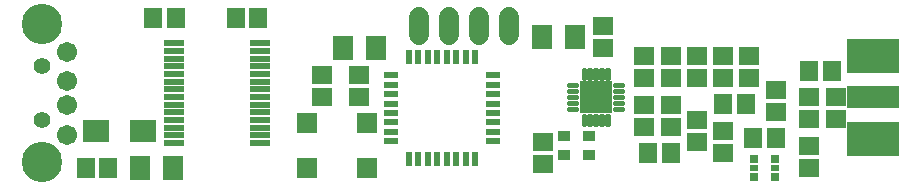
<source format=gts>
G75*
%MOIN*%
%OFA0B0*%
%FSLAX25Y25*%
%IPPOS*%
%LPD*%
%AMOC8*
5,1,8,0,0,1.08239X$1,22.5*
%
%ADD10R,0.06706X0.05918*%
%ADD11R,0.07099X0.07887*%
%ADD12R,0.05918X0.06706*%
%ADD13R,0.06706X0.02375*%
%ADD14C,0.06800*%
%ADD15R,0.08674X0.07493*%
%ADD16R,0.07099X0.06706*%
%ADD17R,0.04343X0.03359*%
%ADD18C,0.06737*%
%ADD19C,0.13461*%
%ADD20C,0.05524*%
%ADD21C,0.00985*%
%ADD22R,0.11036X0.11036*%
%ADD23R,0.03162X0.03162*%
%ADD24R,0.03162X0.02375*%
%ADD25R,0.05118X0.01969*%
%ADD26R,0.01969X0.05118*%
%ADD27R,0.17300X0.07800*%
%ADD28R,0.17300X0.11300*%
D10*
X0188439Y0040447D03*
X0188439Y0047928D03*
X0222189Y0052947D03*
X0230939Y0052947D03*
X0239689Y0055428D03*
X0248439Y0051678D03*
X0239689Y0047947D03*
X0248439Y0044197D03*
X0277189Y0046678D03*
X0277189Y0039197D03*
X0277189Y0055447D03*
X0285939Y0055447D03*
X0265939Y0057947D03*
X0277189Y0062928D03*
X0285939Y0062928D03*
X0265939Y0065428D03*
X0257189Y0069197D03*
X0248439Y0069197D03*
X0239689Y0069197D03*
X0230939Y0069197D03*
X0222189Y0069197D03*
X0222189Y0076678D03*
X0230939Y0076678D03*
X0239689Y0076678D03*
X0248439Y0076678D03*
X0257189Y0076678D03*
X0208439Y0079197D03*
X0208439Y0086678D03*
X0127219Y0070428D03*
X0114719Y0070428D03*
X0114719Y0062947D03*
X0127219Y0062947D03*
X0222189Y0060428D03*
X0230939Y0060428D03*
D11*
X0198951Y0082938D03*
X0187927Y0082938D03*
X0132730Y0079188D03*
X0121707Y0079188D03*
X0065230Y0039188D03*
X0054207Y0039188D03*
D12*
X0035978Y0039188D03*
X0043459Y0039188D03*
X0058478Y0089187D03*
X0065959Y0089187D03*
X0085978Y0089187D03*
X0093459Y0089187D03*
X0223449Y0044187D03*
X0230929Y0044187D03*
X0258449Y0049187D03*
X0265929Y0049187D03*
X0255929Y0060437D03*
X0248449Y0060437D03*
X0277199Y0071688D03*
X0284679Y0071688D03*
D13*
X0093990Y0070585D03*
X0093990Y0073144D03*
X0093990Y0075703D03*
X0093990Y0078262D03*
X0093990Y0080821D03*
X0065447Y0080821D03*
X0065447Y0078262D03*
X0065447Y0075703D03*
X0065447Y0073144D03*
X0065447Y0070585D03*
X0065447Y0068026D03*
X0065447Y0065467D03*
X0065447Y0062908D03*
X0065447Y0060349D03*
X0065447Y0057790D03*
X0065447Y0055231D03*
X0065447Y0052672D03*
X0065447Y0050113D03*
X0065447Y0047554D03*
X0093990Y0047554D03*
X0093990Y0050113D03*
X0093990Y0052672D03*
X0093990Y0055231D03*
X0093990Y0057790D03*
X0093990Y0060349D03*
X0093990Y0062908D03*
X0093990Y0065467D03*
X0093990Y0068026D03*
D14*
X0147219Y0083688D02*
X0147219Y0089687D01*
X0157219Y0089687D02*
X0157219Y0083688D01*
X0167219Y0083688D02*
X0167219Y0089687D01*
X0177219Y0089687D02*
X0177219Y0083688D01*
D15*
X0055093Y0051687D03*
X0039344Y0051687D03*
D16*
X0109679Y0054168D03*
X0129758Y0054168D03*
X0129758Y0039207D03*
X0109679Y0039207D03*
D17*
X0195555Y0043439D03*
X0203823Y0043439D03*
X0203823Y0049936D03*
X0195555Y0049936D03*
D18*
X0029719Y0050408D03*
X0029719Y0060250D03*
X0029719Y0068125D03*
X0029719Y0077967D03*
D19*
X0021451Y0087219D03*
X0021451Y0041156D03*
D20*
X0021451Y0055132D03*
X0021451Y0073243D03*
D21*
X0199882Y0067295D02*
X0199882Y0066455D01*
X0196760Y0066455D01*
X0196760Y0067295D01*
X0199882Y0067295D01*
X0199882Y0065326D02*
X0199882Y0064486D01*
X0196760Y0064486D01*
X0196760Y0065326D01*
X0199882Y0065326D01*
X0199882Y0063357D02*
X0199882Y0062517D01*
X0196760Y0062517D01*
X0196760Y0063357D01*
X0199882Y0063357D01*
X0199882Y0061389D02*
X0199882Y0060549D01*
X0196760Y0060549D01*
X0196760Y0061389D01*
X0199882Y0061389D01*
X0199882Y0059420D02*
X0199882Y0058580D01*
X0196760Y0058580D01*
X0196760Y0059420D01*
X0199882Y0059420D01*
X0201582Y0056880D02*
X0202422Y0056880D01*
X0202422Y0053758D01*
X0201582Y0053758D01*
X0201582Y0056880D01*
X0201582Y0054742D02*
X0202422Y0054742D01*
X0202422Y0055726D02*
X0201582Y0055726D01*
X0201582Y0056710D02*
X0202422Y0056710D01*
X0203550Y0056880D02*
X0204390Y0056880D01*
X0204390Y0053758D01*
X0203550Y0053758D01*
X0203550Y0056880D01*
X0203550Y0054742D02*
X0204390Y0054742D01*
X0204390Y0055726D02*
X0203550Y0055726D01*
X0203550Y0056710D02*
X0204390Y0056710D01*
X0205519Y0056880D02*
X0206359Y0056880D01*
X0206359Y0053758D01*
X0205519Y0053758D01*
X0205519Y0056880D01*
X0205519Y0054742D02*
X0206359Y0054742D01*
X0206359Y0055726D02*
X0205519Y0055726D01*
X0205519Y0056710D02*
X0206359Y0056710D01*
X0207487Y0056880D02*
X0208327Y0056880D01*
X0208327Y0053758D01*
X0207487Y0053758D01*
X0207487Y0056880D01*
X0207487Y0054742D02*
X0208327Y0054742D01*
X0208327Y0055726D02*
X0207487Y0055726D01*
X0207487Y0056710D02*
X0208327Y0056710D01*
X0209456Y0056880D02*
X0210296Y0056880D01*
X0210296Y0053758D01*
X0209456Y0053758D01*
X0209456Y0056880D01*
X0209456Y0054742D02*
X0210296Y0054742D01*
X0210296Y0055726D02*
X0209456Y0055726D01*
X0209456Y0056710D02*
X0210296Y0056710D01*
X0211996Y0058580D02*
X0211996Y0059420D01*
X0215118Y0059420D01*
X0215118Y0058580D01*
X0211996Y0058580D01*
X0211996Y0060549D02*
X0211996Y0061389D01*
X0215118Y0061389D01*
X0215118Y0060549D01*
X0211996Y0060549D01*
X0211996Y0062517D02*
X0211996Y0063357D01*
X0215118Y0063357D01*
X0215118Y0062517D01*
X0211996Y0062517D01*
X0211996Y0064486D02*
X0211996Y0065326D01*
X0215118Y0065326D01*
X0215118Y0064486D01*
X0211996Y0064486D01*
X0211996Y0066455D02*
X0211996Y0067295D01*
X0215118Y0067295D01*
X0215118Y0066455D01*
X0211996Y0066455D01*
X0210296Y0068995D02*
X0209456Y0068995D01*
X0209456Y0072117D01*
X0210296Y0072117D01*
X0210296Y0068995D01*
X0210296Y0069979D02*
X0209456Y0069979D01*
X0209456Y0070963D02*
X0210296Y0070963D01*
X0210296Y0071947D02*
X0209456Y0071947D01*
X0208327Y0068995D02*
X0207487Y0068995D01*
X0207487Y0072117D01*
X0208327Y0072117D01*
X0208327Y0068995D01*
X0208327Y0069979D02*
X0207487Y0069979D01*
X0207487Y0070963D02*
X0208327Y0070963D01*
X0208327Y0071947D02*
X0207487Y0071947D01*
X0206359Y0068995D02*
X0205519Y0068995D01*
X0205519Y0072117D01*
X0206359Y0072117D01*
X0206359Y0068995D01*
X0206359Y0069979D02*
X0205519Y0069979D01*
X0205519Y0070963D02*
X0206359Y0070963D01*
X0206359Y0071947D02*
X0205519Y0071947D01*
X0204390Y0068995D02*
X0203550Y0068995D01*
X0203550Y0072117D01*
X0204390Y0072117D01*
X0204390Y0068995D01*
X0204390Y0069979D02*
X0203550Y0069979D01*
X0203550Y0070963D02*
X0204390Y0070963D01*
X0204390Y0071947D02*
X0203550Y0071947D01*
X0202422Y0068995D02*
X0201582Y0068995D01*
X0201582Y0072117D01*
X0202422Y0072117D01*
X0202422Y0068995D01*
X0202422Y0069979D02*
X0201582Y0069979D01*
X0201582Y0070963D02*
X0202422Y0070963D01*
X0202422Y0071947D02*
X0201582Y0071947D01*
D22*
X0205939Y0062937D03*
D23*
X0258646Y0042140D03*
X0265732Y0042140D03*
X0265732Y0036235D03*
X0258646Y0036235D03*
D24*
X0258646Y0039188D03*
X0265732Y0039188D03*
D25*
X0171648Y0048164D03*
X0171648Y0051313D03*
X0171648Y0054463D03*
X0171648Y0057613D03*
X0171648Y0060762D03*
X0171648Y0063912D03*
X0171648Y0067062D03*
X0171648Y0070211D03*
X0137789Y0070211D03*
X0137789Y0067062D03*
X0137789Y0063912D03*
X0137789Y0060762D03*
X0137789Y0057613D03*
X0137789Y0054463D03*
X0137789Y0051313D03*
X0137789Y0048164D03*
D26*
X0143695Y0042258D03*
X0146844Y0042258D03*
X0149994Y0042258D03*
X0153144Y0042258D03*
X0156293Y0042258D03*
X0159443Y0042258D03*
X0162593Y0042258D03*
X0165742Y0042258D03*
X0165742Y0076117D03*
X0162593Y0076117D03*
X0159443Y0076117D03*
X0156293Y0076117D03*
X0153144Y0076117D03*
X0149994Y0076117D03*
X0146844Y0076117D03*
X0143695Y0076117D03*
D27*
X0298290Y0062839D03*
D28*
X0298290Y0049081D03*
X0298290Y0076597D03*
M02*

</source>
